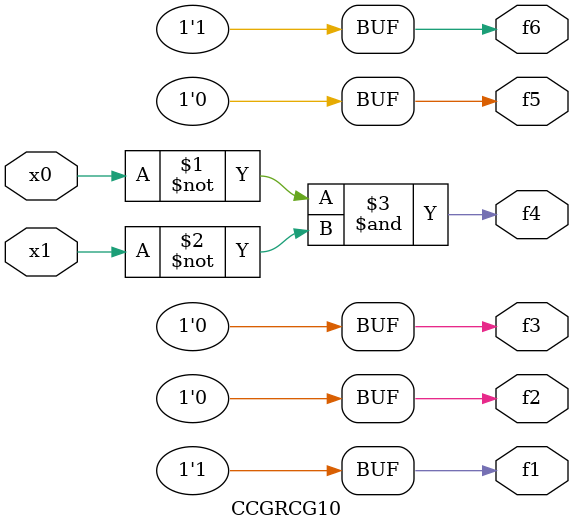
<source format=v>

module CCGRCG10 ( 
    x0, x1,
    f1, f2, f3, f4, f5, f6  );
  input  x0, x1;
  output f1, f2, f3, f4, f5, f6;
  assign f4 = ~x0 & ~x1;
  assign f1 = 1'b1;
  assign f2 = 1'b0;
  assign f3 = 1'b0;
  assign f5 = 1'b0;
  assign f6 = 1'b1;
endmodule



</source>
